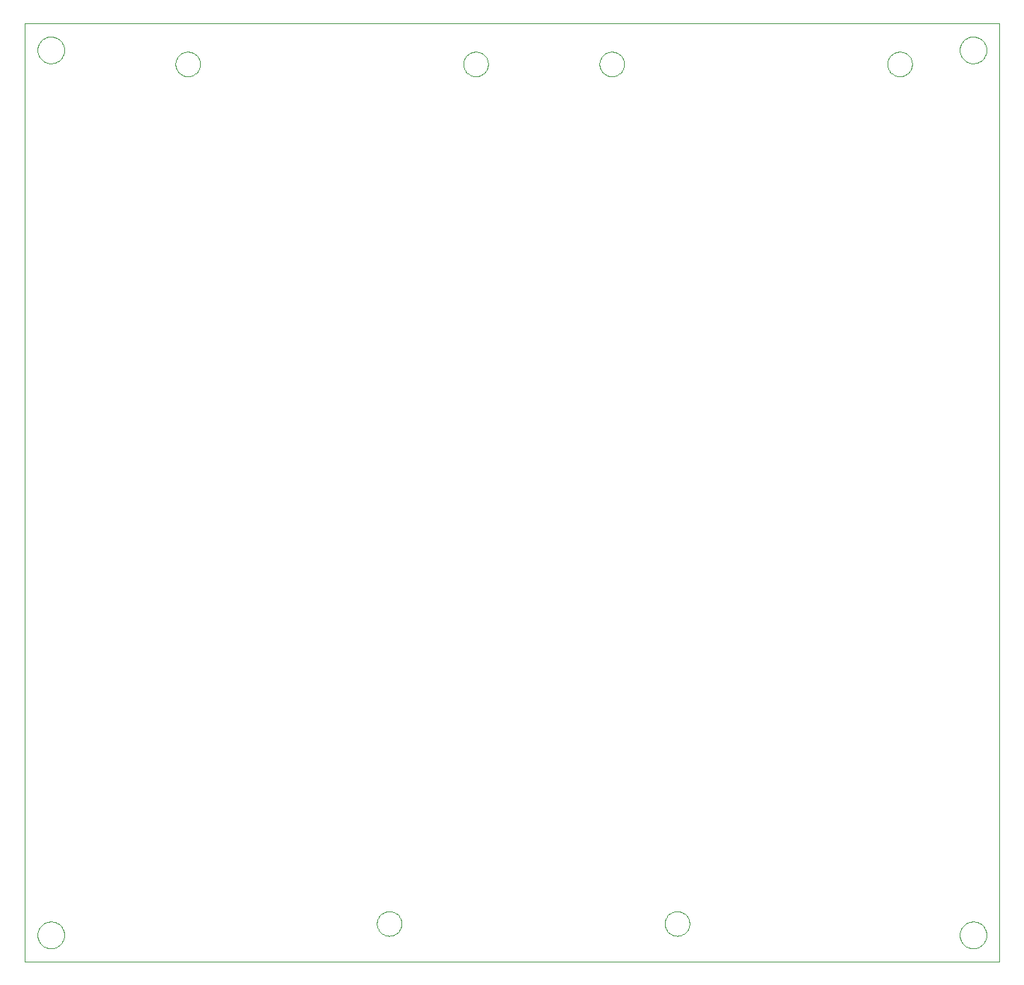
<source format=gm1>
G75*
G70*
%OFA0B0*%
%FSLAX24Y24*%
%IPPOS*%
%LPD*%
%AMOC8*
5,1,8,0,0,1.08239X$1,22.5*
%
%ADD10C,0.0000*%
D10*
X002660Y002625D02*
X002660Y046870D01*
X048652Y046870D01*
X048652Y002625D01*
X002660Y002625D01*
X003280Y003875D02*
X003282Y003925D01*
X003288Y003975D01*
X003298Y004024D01*
X003312Y004072D01*
X003329Y004119D01*
X003350Y004164D01*
X003375Y004208D01*
X003403Y004249D01*
X003435Y004288D01*
X003469Y004325D01*
X003506Y004359D01*
X003546Y004389D01*
X003588Y004416D01*
X003632Y004440D01*
X003678Y004461D01*
X003725Y004477D01*
X003773Y004490D01*
X003823Y004499D01*
X003872Y004504D01*
X003923Y004505D01*
X003973Y004502D01*
X004022Y004495D01*
X004071Y004484D01*
X004119Y004469D01*
X004165Y004451D01*
X004210Y004429D01*
X004253Y004403D01*
X004294Y004374D01*
X004333Y004342D01*
X004369Y004307D01*
X004401Y004269D01*
X004431Y004229D01*
X004458Y004186D01*
X004481Y004142D01*
X004500Y004096D01*
X004516Y004048D01*
X004528Y003999D01*
X004536Y003950D01*
X004540Y003900D01*
X004540Y003850D01*
X004536Y003800D01*
X004528Y003751D01*
X004516Y003702D01*
X004500Y003654D01*
X004481Y003608D01*
X004458Y003564D01*
X004431Y003521D01*
X004401Y003481D01*
X004369Y003443D01*
X004333Y003408D01*
X004294Y003376D01*
X004253Y003347D01*
X004210Y003321D01*
X004165Y003299D01*
X004119Y003281D01*
X004071Y003266D01*
X004022Y003255D01*
X003973Y003248D01*
X003923Y003245D01*
X003872Y003246D01*
X003823Y003251D01*
X003773Y003260D01*
X003725Y003273D01*
X003678Y003289D01*
X003632Y003310D01*
X003588Y003334D01*
X003546Y003361D01*
X003506Y003391D01*
X003469Y003425D01*
X003435Y003462D01*
X003403Y003501D01*
X003375Y003542D01*
X003350Y003586D01*
X003329Y003631D01*
X003312Y003678D01*
X003298Y003726D01*
X003288Y003775D01*
X003282Y003825D01*
X003280Y003875D01*
X019290Y004415D02*
X019292Y004463D01*
X019298Y004510D01*
X019308Y004557D01*
X019321Y004603D01*
X019339Y004648D01*
X019360Y004691D01*
X019384Y004732D01*
X019412Y004771D01*
X019443Y004808D01*
X019477Y004842D01*
X019514Y004873D01*
X019553Y004901D01*
X019594Y004925D01*
X019637Y004946D01*
X019682Y004964D01*
X019728Y004977D01*
X019775Y004987D01*
X019822Y004993D01*
X019870Y004995D01*
X019918Y004993D01*
X019965Y004987D01*
X020012Y004977D01*
X020058Y004964D01*
X020103Y004946D01*
X020146Y004925D01*
X020187Y004901D01*
X020226Y004873D01*
X020263Y004842D01*
X020297Y004808D01*
X020328Y004771D01*
X020356Y004732D01*
X020380Y004691D01*
X020401Y004648D01*
X020419Y004603D01*
X020432Y004557D01*
X020442Y004510D01*
X020448Y004463D01*
X020450Y004415D01*
X020448Y004367D01*
X020442Y004320D01*
X020432Y004273D01*
X020419Y004227D01*
X020401Y004182D01*
X020380Y004139D01*
X020356Y004098D01*
X020328Y004059D01*
X020297Y004022D01*
X020263Y003988D01*
X020226Y003957D01*
X020187Y003929D01*
X020146Y003905D01*
X020103Y003884D01*
X020058Y003866D01*
X020012Y003853D01*
X019965Y003843D01*
X019918Y003837D01*
X019870Y003835D01*
X019822Y003837D01*
X019775Y003843D01*
X019728Y003853D01*
X019682Y003866D01*
X019637Y003884D01*
X019594Y003905D01*
X019553Y003929D01*
X019514Y003957D01*
X019477Y003988D01*
X019443Y004022D01*
X019412Y004059D01*
X019384Y004098D01*
X019360Y004139D01*
X019339Y004182D01*
X019321Y004227D01*
X019308Y004273D01*
X019298Y004320D01*
X019292Y004367D01*
X019290Y004415D01*
X032870Y004415D02*
X032872Y004463D01*
X032878Y004510D01*
X032888Y004557D01*
X032901Y004603D01*
X032919Y004648D01*
X032940Y004691D01*
X032964Y004732D01*
X032992Y004771D01*
X033023Y004808D01*
X033057Y004842D01*
X033094Y004873D01*
X033133Y004901D01*
X033174Y004925D01*
X033217Y004946D01*
X033262Y004964D01*
X033308Y004977D01*
X033355Y004987D01*
X033402Y004993D01*
X033450Y004995D01*
X033498Y004993D01*
X033545Y004987D01*
X033592Y004977D01*
X033638Y004964D01*
X033683Y004946D01*
X033726Y004925D01*
X033767Y004901D01*
X033806Y004873D01*
X033843Y004842D01*
X033877Y004808D01*
X033908Y004771D01*
X033936Y004732D01*
X033960Y004691D01*
X033981Y004648D01*
X033999Y004603D01*
X034012Y004557D01*
X034022Y004510D01*
X034028Y004463D01*
X034030Y004415D01*
X034028Y004367D01*
X034022Y004320D01*
X034012Y004273D01*
X033999Y004227D01*
X033981Y004182D01*
X033960Y004139D01*
X033936Y004098D01*
X033908Y004059D01*
X033877Y004022D01*
X033843Y003988D01*
X033806Y003957D01*
X033767Y003929D01*
X033726Y003905D01*
X033683Y003884D01*
X033638Y003866D01*
X033592Y003853D01*
X033545Y003843D01*
X033498Y003837D01*
X033450Y003835D01*
X033402Y003837D01*
X033355Y003843D01*
X033308Y003853D01*
X033262Y003866D01*
X033217Y003884D01*
X033174Y003905D01*
X033133Y003929D01*
X033094Y003957D01*
X033057Y003988D01*
X033023Y004022D01*
X032992Y004059D01*
X032964Y004098D01*
X032940Y004139D01*
X032919Y004182D01*
X032901Y004227D01*
X032888Y004273D01*
X032878Y004320D01*
X032872Y004367D01*
X032870Y004415D01*
X046780Y003875D02*
X046782Y003925D01*
X046788Y003975D01*
X046798Y004024D01*
X046812Y004072D01*
X046829Y004119D01*
X046850Y004164D01*
X046875Y004208D01*
X046903Y004249D01*
X046935Y004288D01*
X046969Y004325D01*
X047006Y004359D01*
X047046Y004389D01*
X047088Y004416D01*
X047132Y004440D01*
X047178Y004461D01*
X047225Y004477D01*
X047273Y004490D01*
X047323Y004499D01*
X047372Y004504D01*
X047423Y004505D01*
X047473Y004502D01*
X047522Y004495D01*
X047571Y004484D01*
X047619Y004469D01*
X047665Y004451D01*
X047710Y004429D01*
X047753Y004403D01*
X047794Y004374D01*
X047833Y004342D01*
X047869Y004307D01*
X047901Y004269D01*
X047931Y004229D01*
X047958Y004186D01*
X047981Y004142D01*
X048000Y004096D01*
X048016Y004048D01*
X048028Y003999D01*
X048036Y003950D01*
X048040Y003900D01*
X048040Y003850D01*
X048036Y003800D01*
X048028Y003751D01*
X048016Y003702D01*
X048000Y003654D01*
X047981Y003608D01*
X047958Y003564D01*
X047931Y003521D01*
X047901Y003481D01*
X047869Y003443D01*
X047833Y003408D01*
X047794Y003376D01*
X047753Y003347D01*
X047710Y003321D01*
X047665Y003299D01*
X047619Y003281D01*
X047571Y003266D01*
X047522Y003255D01*
X047473Y003248D01*
X047423Y003245D01*
X047372Y003246D01*
X047323Y003251D01*
X047273Y003260D01*
X047225Y003273D01*
X047178Y003289D01*
X047132Y003310D01*
X047088Y003334D01*
X047046Y003361D01*
X047006Y003391D01*
X046969Y003425D01*
X046935Y003462D01*
X046903Y003501D01*
X046875Y003542D01*
X046850Y003586D01*
X046829Y003631D01*
X046812Y003678D01*
X046798Y003726D01*
X046788Y003775D01*
X046782Y003825D01*
X046780Y003875D01*
X043370Y044960D02*
X043372Y045008D01*
X043378Y045055D01*
X043388Y045102D01*
X043401Y045148D01*
X043419Y045193D01*
X043440Y045236D01*
X043464Y045277D01*
X043492Y045316D01*
X043523Y045353D01*
X043557Y045387D01*
X043594Y045418D01*
X043633Y045446D01*
X043674Y045470D01*
X043717Y045491D01*
X043762Y045509D01*
X043808Y045522D01*
X043855Y045532D01*
X043902Y045538D01*
X043950Y045540D01*
X043998Y045538D01*
X044045Y045532D01*
X044092Y045522D01*
X044138Y045509D01*
X044183Y045491D01*
X044226Y045470D01*
X044267Y045446D01*
X044306Y045418D01*
X044343Y045387D01*
X044377Y045353D01*
X044408Y045316D01*
X044436Y045277D01*
X044460Y045236D01*
X044481Y045193D01*
X044499Y045148D01*
X044512Y045102D01*
X044522Y045055D01*
X044528Y045008D01*
X044530Y044960D01*
X044528Y044912D01*
X044522Y044865D01*
X044512Y044818D01*
X044499Y044772D01*
X044481Y044727D01*
X044460Y044684D01*
X044436Y044643D01*
X044408Y044604D01*
X044377Y044567D01*
X044343Y044533D01*
X044306Y044502D01*
X044267Y044474D01*
X044226Y044450D01*
X044183Y044429D01*
X044138Y044411D01*
X044092Y044398D01*
X044045Y044388D01*
X043998Y044382D01*
X043950Y044380D01*
X043902Y044382D01*
X043855Y044388D01*
X043808Y044398D01*
X043762Y044411D01*
X043717Y044429D01*
X043674Y044450D01*
X043633Y044474D01*
X043594Y044502D01*
X043557Y044533D01*
X043523Y044567D01*
X043492Y044604D01*
X043464Y044643D01*
X043440Y044684D01*
X043419Y044727D01*
X043401Y044772D01*
X043388Y044818D01*
X043378Y044865D01*
X043372Y044912D01*
X043370Y044960D01*
X046780Y045625D02*
X046782Y045675D01*
X046788Y045725D01*
X046798Y045774D01*
X046812Y045822D01*
X046829Y045869D01*
X046850Y045914D01*
X046875Y045958D01*
X046903Y045999D01*
X046935Y046038D01*
X046969Y046075D01*
X047006Y046109D01*
X047046Y046139D01*
X047088Y046166D01*
X047132Y046190D01*
X047178Y046211D01*
X047225Y046227D01*
X047273Y046240D01*
X047323Y046249D01*
X047372Y046254D01*
X047423Y046255D01*
X047473Y046252D01*
X047522Y046245D01*
X047571Y046234D01*
X047619Y046219D01*
X047665Y046201D01*
X047710Y046179D01*
X047753Y046153D01*
X047794Y046124D01*
X047833Y046092D01*
X047869Y046057D01*
X047901Y046019D01*
X047931Y045979D01*
X047958Y045936D01*
X047981Y045892D01*
X048000Y045846D01*
X048016Y045798D01*
X048028Y045749D01*
X048036Y045700D01*
X048040Y045650D01*
X048040Y045600D01*
X048036Y045550D01*
X048028Y045501D01*
X048016Y045452D01*
X048000Y045404D01*
X047981Y045358D01*
X047958Y045314D01*
X047931Y045271D01*
X047901Y045231D01*
X047869Y045193D01*
X047833Y045158D01*
X047794Y045126D01*
X047753Y045097D01*
X047710Y045071D01*
X047665Y045049D01*
X047619Y045031D01*
X047571Y045016D01*
X047522Y045005D01*
X047473Y044998D01*
X047423Y044995D01*
X047372Y044996D01*
X047323Y045001D01*
X047273Y045010D01*
X047225Y045023D01*
X047178Y045039D01*
X047132Y045060D01*
X047088Y045084D01*
X047046Y045111D01*
X047006Y045141D01*
X046969Y045175D01*
X046935Y045212D01*
X046903Y045251D01*
X046875Y045292D01*
X046850Y045336D01*
X046829Y045381D01*
X046812Y045428D01*
X046798Y045476D01*
X046788Y045525D01*
X046782Y045575D01*
X046780Y045625D01*
X029790Y044960D02*
X029792Y045008D01*
X029798Y045055D01*
X029808Y045102D01*
X029821Y045148D01*
X029839Y045193D01*
X029860Y045236D01*
X029884Y045277D01*
X029912Y045316D01*
X029943Y045353D01*
X029977Y045387D01*
X030014Y045418D01*
X030053Y045446D01*
X030094Y045470D01*
X030137Y045491D01*
X030182Y045509D01*
X030228Y045522D01*
X030275Y045532D01*
X030322Y045538D01*
X030370Y045540D01*
X030418Y045538D01*
X030465Y045532D01*
X030512Y045522D01*
X030558Y045509D01*
X030603Y045491D01*
X030646Y045470D01*
X030687Y045446D01*
X030726Y045418D01*
X030763Y045387D01*
X030797Y045353D01*
X030828Y045316D01*
X030856Y045277D01*
X030880Y045236D01*
X030901Y045193D01*
X030919Y045148D01*
X030932Y045102D01*
X030942Y045055D01*
X030948Y045008D01*
X030950Y044960D01*
X030948Y044912D01*
X030942Y044865D01*
X030932Y044818D01*
X030919Y044772D01*
X030901Y044727D01*
X030880Y044684D01*
X030856Y044643D01*
X030828Y044604D01*
X030797Y044567D01*
X030763Y044533D01*
X030726Y044502D01*
X030687Y044474D01*
X030646Y044450D01*
X030603Y044429D01*
X030558Y044411D01*
X030512Y044398D01*
X030465Y044388D01*
X030418Y044382D01*
X030370Y044380D01*
X030322Y044382D01*
X030275Y044388D01*
X030228Y044398D01*
X030182Y044411D01*
X030137Y044429D01*
X030094Y044450D01*
X030053Y044474D01*
X030014Y044502D01*
X029977Y044533D01*
X029943Y044567D01*
X029912Y044604D01*
X029884Y044643D01*
X029860Y044684D01*
X029839Y044727D01*
X029821Y044772D01*
X029808Y044818D01*
X029798Y044865D01*
X029792Y044912D01*
X029790Y044960D01*
X023370Y044960D02*
X023372Y045008D01*
X023378Y045055D01*
X023388Y045102D01*
X023401Y045148D01*
X023419Y045193D01*
X023440Y045236D01*
X023464Y045277D01*
X023492Y045316D01*
X023523Y045353D01*
X023557Y045387D01*
X023594Y045418D01*
X023633Y045446D01*
X023674Y045470D01*
X023717Y045491D01*
X023762Y045509D01*
X023808Y045522D01*
X023855Y045532D01*
X023902Y045538D01*
X023950Y045540D01*
X023998Y045538D01*
X024045Y045532D01*
X024092Y045522D01*
X024138Y045509D01*
X024183Y045491D01*
X024226Y045470D01*
X024267Y045446D01*
X024306Y045418D01*
X024343Y045387D01*
X024377Y045353D01*
X024408Y045316D01*
X024436Y045277D01*
X024460Y045236D01*
X024481Y045193D01*
X024499Y045148D01*
X024512Y045102D01*
X024522Y045055D01*
X024528Y045008D01*
X024530Y044960D01*
X024528Y044912D01*
X024522Y044865D01*
X024512Y044818D01*
X024499Y044772D01*
X024481Y044727D01*
X024460Y044684D01*
X024436Y044643D01*
X024408Y044604D01*
X024377Y044567D01*
X024343Y044533D01*
X024306Y044502D01*
X024267Y044474D01*
X024226Y044450D01*
X024183Y044429D01*
X024138Y044411D01*
X024092Y044398D01*
X024045Y044388D01*
X023998Y044382D01*
X023950Y044380D01*
X023902Y044382D01*
X023855Y044388D01*
X023808Y044398D01*
X023762Y044411D01*
X023717Y044429D01*
X023674Y044450D01*
X023633Y044474D01*
X023594Y044502D01*
X023557Y044533D01*
X023523Y044567D01*
X023492Y044604D01*
X023464Y044643D01*
X023440Y044684D01*
X023419Y044727D01*
X023401Y044772D01*
X023388Y044818D01*
X023378Y044865D01*
X023372Y044912D01*
X023370Y044960D01*
X009790Y044960D02*
X009792Y045008D01*
X009798Y045055D01*
X009808Y045102D01*
X009821Y045148D01*
X009839Y045193D01*
X009860Y045236D01*
X009884Y045277D01*
X009912Y045316D01*
X009943Y045353D01*
X009977Y045387D01*
X010014Y045418D01*
X010053Y045446D01*
X010094Y045470D01*
X010137Y045491D01*
X010182Y045509D01*
X010228Y045522D01*
X010275Y045532D01*
X010322Y045538D01*
X010370Y045540D01*
X010418Y045538D01*
X010465Y045532D01*
X010512Y045522D01*
X010558Y045509D01*
X010603Y045491D01*
X010646Y045470D01*
X010687Y045446D01*
X010726Y045418D01*
X010763Y045387D01*
X010797Y045353D01*
X010828Y045316D01*
X010856Y045277D01*
X010880Y045236D01*
X010901Y045193D01*
X010919Y045148D01*
X010932Y045102D01*
X010942Y045055D01*
X010948Y045008D01*
X010950Y044960D01*
X010948Y044912D01*
X010942Y044865D01*
X010932Y044818D01*
X010919Y044772D01*
X010901Y044727D01*
X010880Y044684D01*
X010856Y044643D01*
X010828Y044604D01*
X010797Y044567D01*
X010763Y044533D01*
X010726Y044502D01*
X010687Y044474D01*
X010646Y044450D01*
X010603Y044429D01*
X010558Y044411D01*
X010512Y044398D01*
X010465Y044388D01*
X010418Y044382D01*
X010370Y044380D01*
X010322Y044382D01*
X010275Y044388D01*
X010228Y044398D01*
X010182Y044411D01*
X010137Y044429D01*
X010094Y044450D01*
X010053Y044474D01*
X010014Y044502D01*
X009977Y044533D01*
X009943Y044567D01*
X009912Y044604D01*
X009884Y044643D01*
X009860Y044684D01*
X009839Y044727D01*
X009821Y044772D01*
X009808Y044818D01*
X009798Y044865D01*
X009792Y044912D01*
X009790Y044960D01*
X003280Y045625D02*
X003282Y045675D01*
X003288Y045725D01*
X003298Y045774D01*
X003312Y045822D01*
X003329Y045869D01*
X003350Y045914D01*
X003375Y045958D01*
X003403Y045999D01*
X003435Y046038D01*
X003469Y046075D01*
X003506Y046109D01*
X003546Y046139D01*
X003588Y046166D01*
X003632Y046190D01*
X003678Y046211D01*
X003725Y046227D01*
X003773Y046240D01*
X003823Y046249D01*
X003872Y046254D01*
X003923Y046255D01*
X003973Y046252D01*
X004022Y046245D01*
X004071Y046234D01*
X004119Y046219D01*
X004165Y046201D01*
X004210Y046179D01*
X004253Y046153D01*
X004294Y046124D01*
X004333Y046092D01*
X004369Y046057D01*
X004401Y046019D01*
X004431Y045979D01*
X004458Y045936D01*
X004481Y045892D01*
X004500Y045846D01*
X004516Y045798D01*
X004528Y045749D01*
X004536Y045700D01*
X004540Y045650D01*
X004540Y045600D01*
X004536Y045550D01*
X004528Y045501D01*
X004516Y045452D01*
X004500Y045404D01*
X004481Y045358D01*
X004458Y045314D01*
X004431Y045271D01*
X004401Y045231D01*
X004369Y045193D01*
X004333Y045158D01*
X004294Y045126D01*
X004253Y045097D01*
X004210Y045071D01*
X004165Y045049D01*
X004119Y045031D01*
X004071Y045016D01*
X004022Y045005D01*
X003973Y044998D01*
X003923Y044995D01*
X003872Y044996D01*
X003823Y045001D01*
X003773Y045010D01*
X003725Y045023D01*
X003678Y045039D01*
X003632Y045060D01*
X003588Y045084D01*
X003546Y045111D01*
X003506Y045141D01*
X003469Y045175D01*
X003435Y045212D01*
X003403Y045251D01*
X003375Y045292D01*
X003350Y045336D01*
X003329Y045381D01*
X003312Y045428D01*
X003298Y045476D01*
X003288Y045525D01*
X003282Y045575D01*
X003280Y045625D01*
M02*

</source>
